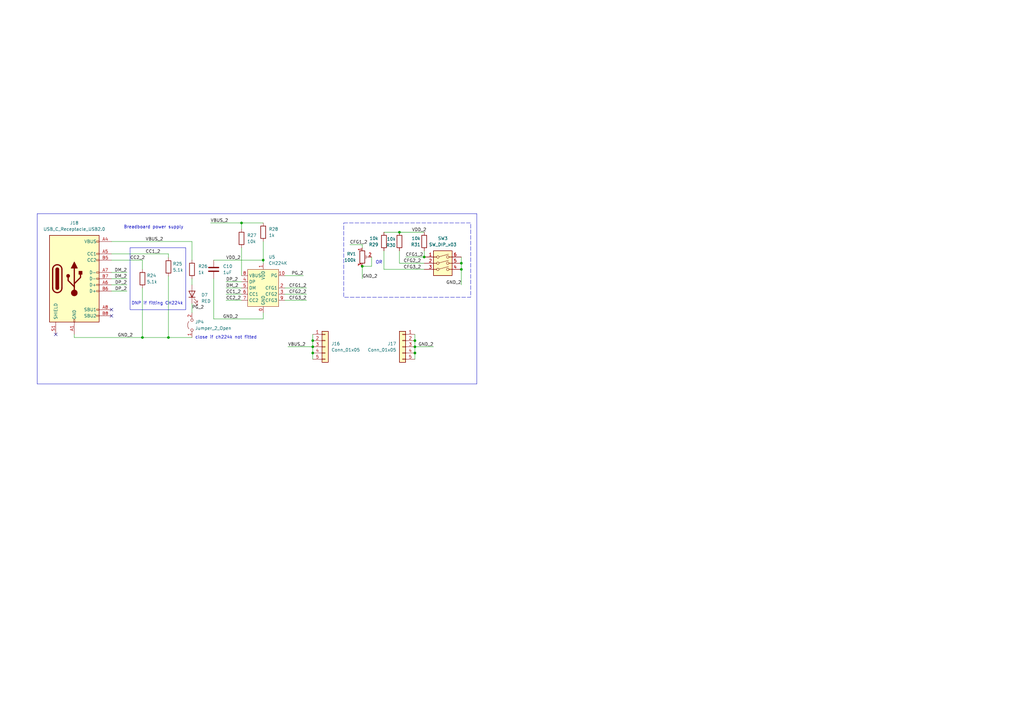
<source format=kicad_sch>
(kicad_sch (version 20231120) (generator "eeschema") (generator_version "8.0")
  (paper "A3")
  (lib_symbols
    (symbol "Connector:USB_C_Receptacle_USB2.0" (pin_names (offset 1.016))
      (property "Reference" "J1" (at 0 22.86 0))
      (property "Value" "USB_C_Receptacle_USB2.0" (at 0 20.32 0))
      (symbol "USB_C_Receptacle_USB2.0_0_0"
        (rectangle (start -0.254 -17.78) (end 0.254 -16.764))
        (rectangle (start 10.16 -14.986) (end 9.144 -15.494))
        (rectangle (start 10.16 -12.446) (end 9.144 -12.954))
        (rectangle (start 10.16 -4.826) (end 9.144 -5.334))
        (rectangle (start 10.16 -2.286) (end 9.144 -2.794))
        (rectangle (start 10.16 0.254) (end 9.144 -0.254))
        (rectangle (start 10.16 2.794) (end 9.144 2.286))
        (rectangle (start 10.16 7.874) (end 9.144 7.366))
        (rectangle (start 10.16 10.414) (end 9.144 9.906))
        (rectangle (start 10.16 15.494) (end 9.144 14.986))
      )
      (symbol "USB_C_Receptacle_USB2.0_0_1"
        (rectangle (start -10.16 17.78) (end 10.16 -17.78) (stroke (width 0.254)) (fill (type background)))
        (arc (start -8.89 -3.81) (mid -6.985 -5.7067) (end -5.08 -3.81) (stroke (width 0.508)))
        (arc (start -7.62 -3.81) (mid -6.985 -4.4423) (end -6.35 -3.81) (stroke (width 0.254)))
        (arc (start -7.62 -3.81) (mid -6.985 -4.4423) (end -6.35 -3.81) (stroke (width 0.254)) (fill (type outline)))
        (rectangle (start -7.62 -3.81) (end -6.35 3.81) (stroke (width 0.254)) (fill (type outline)))
        (arc (start -6.35 3.81) (mid -6.985 4.4423) (end -7.62 3.81) (stroke (width 0.254)))
        (arc (start -6.35 3.81) (mid -6.985 4.4423) (end -7.62 3.81) (stroke (width 0.254)) (fill (type outline)))
        (arc (start -5.08 3.81) (mid -6.985 5.7067) (end -8.89 3.81) (stroke (width 0.508)))
        (circle (center -2.54 1.143) (radius 0.635) (stroke (width 0.254)) (fill (type outline)))
        (circle (center 0 -5.842) (radius 1.27) (fill (type outline)))
        (polyline (pts (xy -8.89 -3.81) (xy -8.89 3.81)) (stroke (width 0.508)))
        (polyline (pts (xy -5.08 3.81) (xy -5.08 -3.81)) (stroke (width 0.508)))
        (polyline (pts (xy 0 -5.842) (xy 0 4.318)) (stroke (width 0.508)))
        (polyline (pts (xy 0 -3.302) (xy -2.54 -0.762) (xy -2.54 0.508)) (stroke (width 0.508)))
        (polyline (pts (xy 0 -2.032) (xy 2.54 0.508) (xy 2.54 1.778)) (stroke (width 0.508)))
        (polyline (pts (xy -1.27 4.318) (xy 0 6.858) (xy 1.27 4.318) (xy -1.27 4.318)) (stroke (width 0.254)) (fill (type outline)))
        (rectangle (start 1.905 1.778) (end 3.175 3.048) (stroke (width 0.254)) (fill (type outline)))
      )
      (symbol "USB_C_Receptacle_USB2.0_1_1"
        (pin power_out line (at 0 -22.86 90) (length 5.08) (name "GND") (number "A1"))
        (pin passive line (at 0 -22.86 90) (length 5.08) hide (name "GND") (number "A12"))
        (pin passive line (at 15.24 15.24 180) (length 5.08) (name "VBUS") (number "A4"))
        (pin bidirectional line (at 15.24 10.16 180) (length 5.08) (name "CC1") (number "A5"))
        (pin bidirectional line (at 15.24 -2.54 180) (length 5.08) (name "D+") (number "A6"))
        (pin bidirectional line (at 15.24 2.54 180) (length 5.08) (name "D-") (number "A7"))
        (pin bidirectional line (at 15.24 -12.7 180) (length 5.08) (name "SBU1") (number "A8"))
        (pin power_out line (at 15.24 15.24 180) (length 5.08) hide (name "VBUS") (number "A9"))
        (pin passive line (at 0 -22.86 90) (length 5.08) hide (name "GND") (number "B1"))
        (pin passive line (at 0 -22.86 90) (length 5.08) hide (name "GND") (number "B12"))
        (pin passive line (at 15.24 15.24 180) (length 5.08) hide (name "VBUS") (number "B4"))
        (pin bidirectional line (at 15.24 7.62 180) (length 5.08) (name "CC2") (number "B5"))
        (pin bidirectional line (at 15.24 -5.08 180) (length 5.08) (name "D+") (number "B6"))
        (pin bidirectional line (at 15.24 0 180) (length 5.08) (name "D-") (number "B7"))
        (pin bidirectional line (at 15.24 -15.24 180) (length 5.08) (name "SBU2") (number "B8"))
        (pin passive line (at 15.24 15.24 180) (length 5.08) hide (name "VBUS") (number "B9"))
        (pin passive line (at -7.62 -22.86 90) (length 5.08) (name "SHIELD") (number "S1"))
      )
    )
    (symbol "Connector_Generic:Conn_01x05" (pin_names (offset 1.016) hide)
      (property "Reference" "J" (at 0 7.62 0))
      (property "Value" "Conn_01x05" (at 0 -7.62 0))
      (symbol "Conn_01x05_1_1"
        (rectangle (start -1.27 -4.953) (end 0 -5.207) (stroke (width 0.1524)))
        (rectangle (start -1.27 -2.413) (end 0 -2.667) (stroke (width 0.1524)))
        (rectangle (start -1.27 0.127) (end 0 -0.127) (stroke (width 0.1524)))
        (rectangle (start -1.27 2.667) (end 0 2.413) (stroke (width 0.1524)))
        (rectangle (start -1.27 5.207) (end 0 4.953) (stroke (width 0.1524)))
        (rectangle (start -1.27 6.35) (end 1.27 -6.35) (stroke (width 0.254)) (fill (type background)))
        (pin passive line (at -5.08 5.08 0) (length 3.81) (name "Pin_1") (number "1"))
        (pin passive line (at -5.08 2.54 0) (length 3.81) (name "Pin_2") (number "2"))
        (pin passive line (at -5.08 0 0) (length 3.81) (name "Pin_3") (number "3"))
        (pin passive line (at -5.08 -2.54 0) (length 3.81) (name "Pin_4") (number "4"))
        (pin passive line (at -5.08 -5.08 0) (length 3.81) (name "Pin_5") (number "5"))
      )
    )
    (symbol "Custom:CH224K"
      (property "Reference" "U" (at 0 0 0))
      (property "Value" "CH224K" (at 0 0 0))
      (property "Footprint" "misc:ESSOP-10_EP_3.9x4.9mm_P1.00mm" (at 0 0 0))
      (symbol "CH224K_1_1"
        (rectangle (start -6.35 7.62) (end 6.35 -7.62) (fill (type background)))
        (pin power_in line (at 0 -10.16 90) (length 2.54) (name "GND") (number "0"))
        (pin power_in line (at 0 10.16 270) (length 2.54) (name "VDD") (number "1"))
        (pin output line (at 8.89 5.08 180) (length 2.54) (name "PG") (number "10"))
        (pin input line (at 8.89 0 180) (length 2.54) (name "CFG1") (number "2"))
        (pin input line (at 8.89 -2.54 180) (length 2.54) (name "CFG2") (number "3"))
        (pin bidirectional line (at -8.89 2.54 0) (length 2.54) (name "DP") (number "4"))
        (pin bidirectional line (at -8.89 0 0) (length 2.54) (name "DM") (number "5"))
        (pin bidirectional line (at -8.89 -2.54 0) (length 2.54) (name "CC1") (number "6"))
        (pin bidirectional line (at -8.89 -5.08 0) (length 2.54) (name "CC2") (number "7"))
        (pin input line (at -8.89 5.08 0) (length 2.54) (name "VBUS") (number "8"))
        (pin input line (at 8.89 -5.08 180) (length 2.54) (name "CFG3") (number "9"))
      )
    )
    (symbol "Device:C" (pin_numbers hide) (pin_names (offset 0.254))
      (property "Reference" "C" (at 0.635 2.54 0))
      (property "Value" "C" (at 0.635 -2.54 0))
      (symbol "C_0_1"
        (polyline (pts (xy -2.032 -0.762) (xy 2.032 -0.762)) (stroke (width 0.508)))
        (polyline (pts (xy -2.032 0.762) (xy 2.032 0.762)) (stroke (width 0.508)))
      )
      (symbol "C_1_1"
        (pin passive line (at 0 3.81 270) (length 2.794) (name "~") (number "1"))
        (pin passive line (at 0 -3.81 90) (length 2.794) (name "~") (number "2"))
      )
    )
    (symbol "Device:LED" (pin_numbers hide) (pin_names (offset 1.016) hide)
      (property "Reference" "D" (at 0 2.54 0))
      (property "Value" "LED" (at 0 -2.54 0))
      (symbol "LED_0_1"
        (polyline (pts (xy -1.27 -1.27) (xy -1.27 1.27)) (stroke (width 0.254)))
        (polyline (pts (xy -1.27 0) (xy 1.27 0)))
        (polyline (pts (xy 1.27 -1.27) (xy 1.27 1.27) (xy -1.27 0) (xy 1.27 -1.27)) (stroke (width 0.254)))
        (polyline (pts (xy -3.048 -0.762) (xy -4.572 -2.286) (xy -3.81 -2.286) (xy -4.572 -2.286) (xy -4.572 -1.524)))
        (polyline (pts (xy -1.778 -0.762) (xy -3.302 -2.286) (xy -2.54 -2.286) (xy -3.302 -2.286) (xy -3.302 -1.524)))
      )
      (symbol "LED_1_1"
        (pin passive line (at -3.81 0 0) (length 2.54) (name "K") (number "1"))
        (pin passive line (at 3.81 0 180) (length 2.54) (name "A") (number "2"))
      )
    )
    (symbol "Device:R" (pin_numbers hide) (pin_names (offset 0))
      (property "Reference" "R" (at 2.032 0 90))
      (property "Value" "R" (at 0 0 90))
      (symbol "R_0_1"
        (rectangle (start -1.016 -2.54) (end 1.016 2.54) (stroke (width 0.254)))
      )
      (symbol "R_1_1"
        (pin passive line (at 0 3.81 270) (length 1.27) (name "~") (number "1"))
        (pin passive line (at 0 -3.81 90) (length 1.27) (name "~") (number "2"))
      )
    )
    (symbol "Device:R_Potentiometer_Trim" (pin_names (offset 1.016) hide)
      (property "Reference" "RV" (at -4.445 0 90))
      (property "Value" "R_Potentiometer_Trim" (at -2.54 0 90))
      (symbol "R_Potentiometer_Trim_0_1"
        (polyline (pts (xy 1.524 0.762) (xy 1.524 -0.762)))
        (polyline (pts (xy 2.54 0) (xy 1.524 0)))
        (rectangle (start 1.016 2.54) (end -1.016 -2.54) (stroke (width 0.254)))
      )
      (symbol "R_Potentiometer_Trim_1_1"
        (pin passive line (at 0 3.81 270) (length 1.27) (name "1") (number "1"))
        (pin passive line (at 3.81 0 180) (length 1.27) (name "2") (number "2"))
        (pin passive line (at 0 -3.81 90) (length 1.27) (name "3") (number "3"))
      )
    )
    (symbol "Jumper:Jumper_2_Open" (pin_names (offset 0) hide)
      (property "Reference" "JP" (at 0 2.794 0))
      (property "Value" "Jumper_2_Open" (at 0 -2.286 0))
      (symbol "Jumper_2_Open_0_0"
        (circle (center -2.032 0) (radius 0.508))
        (circle (center 2.032 0) (radius 0.508))
      )
      (symbol "Jumper_2_Open_0_1"
        (arc (start 1.524 1.27) (mid 0 1.778) (end -1.524 1.27))
      )
      (symbol "Jumper_2_Open_1_1"
        (pin passive line (at -5.08 0 0) (length 2.54) (name "A") (number "1"))
        (pin passive line (at 5.08 0 180) (length 2.54) (name "B") (number "2"))
      )
    )
    (symbol "Switch:SW_DIP_x03" (pin_names (offset 0) hide)
      (property "Reference" "SW" (at 0 6.35 0))
      (property "Value" "SW_DIP_x03" (at 0 -6.35 0))
      (symbol "SW_DIP_x03_0_0"
        (circle (center -2.032 -2.54) (radius 0.508))
        (circle (center -2.032 0) (radius 0.508))
        (circle (center -2.032 2.54) (radius 0.508))
        (polyline (pts (xy -1.524 -2.413) (xy 2.3622 -1.3716)))
        (polyline (pts (xy -1.524 0.127) (xy 2.3622 1.1684)))
        (polyline (pts (xy -1.524 2.667) (xy 2.3622 3.7084)))
        (circle (center 2.032 -2.54) (radius 0.508))
        (circle (center 2.032 0) (radius 0.508))
        (circle (center 2.032 2.54) (radius 0.508))
      )
      (symbol "SW_DIP_x03_0_1"
        (rectangle (start -3.81 5.08) (end 3.81 -5.08) (stroke (width 0.254)) (fill (type background)))
      )
      (symbol "SW_DIP_x03_1_1"
        (pin passive line (at -7.62 2.54 0) (length 5.08) (name "~") (number "1"))
        (pin passive line (at -7.62 0 0) (length 5.08) (name "~") (number "2"))
        (pin passive line (at -7.62 -2.54 0) (length 5.08) (name "~") (number "3"))
        (pin passive line (at 7.62 -2.54 180) (length 5.08) (name "~") (number "4"))
        (pin passive line (at 7.62 0 180) (length 5.08) (name "~") (number "5"))
        (pin passive line (at 7.62 2.54 180) (length 5.08) (name "~") (number "6"))
      )
    )
  )
  (junction (at 99.06 91.44))
  (junction (at 189.23 110.49))
  (junction (at 170.18 142.24))
  (junction (at 107.95 106.68))
  (junction (at 69.088 138.43))
  (junction (at 148.59 109.22))
  (junction (at 128.27 139.7))
  (junction (at 128.27 144.78))
  (junction (at 173.99 105.41))
  (junction (at 163.83 95.25))
  (junction (at 128.27 142.24))
  (junction (at 170.18 139.7))
  (junction (at 170.18 144.78))
  (junction (at 58.42 138.43))
  (junction (at 189.23 107.95))
  (no_connect (at 45.72 129.54))
  (no_connect (at 45.72 127))
  (no_connect (at 22.86 137.16))
  (wire (pts (xy 143.51 100.33) (xy 148.59 100.33)))
  (wire (pts (xy 128.27 139.7) (xy 128.27 142.24)))
  (wire (pts (xy 45.72 99.06) (xy 78.74 99.06)))
  (wire (pts (xy 45.72 119.38) (xy 52.07 119.38)))
  (wire (pts (xy 116.84 120.65) (xy 125.73 120.65)))
  (wire (pts (xy 92.71 120.65) (xy 99.06 120.65)))
  (wire (pts (xy 170.18 144.78) (xy 170.18 147.32)))
  (wire (pts (xy 163.83 95.25) (xy 173.99 95.25)))
  (wire (pts (xy 157.48 102.87) (xy 157.48 110.49)))
  (wire (pts (xy 163.83 107.95) (xy 173.99 107.95)))
  (wire (pts (xy 152.4 105.41) (xy 152.4 109.22)))
  (wire (pts (xy 189.23 110.49) (xy 189.23 116.84)))
  (wire (pts (xy 58.42 118.11) (xy 58.42 138.43)))
  (wire (pts (xy 107.95 99.06) (xy 107.95 106.68)))
  (wire (pts (xy 148.59 100.33) (xy 148.59 101.6)))
  (wire (pts (xy 45.72 116.84) (xy 52.07 116.84)))
  (wire (pts (xy 157.48 110.49) (xy 173.99 110.49)))
  (wire (pts (xy 170.18 137.16) (xy 170.18 139.7)))
  (wire (pts (xy 99.06 91.44) (xy 99.06 93.98)))
  (wire (pts (xy 128.27 137.16) (xy 128.27 139.7)))
  (wire (pts (xy 107.95 106.68) (xy 107.95 107.95)))
  (wire (pts (xy 69.088 113.284) (xy 69.088 138.43)))
  (wire (pts (xy 128.27 142.24) (xy 128.27 144.78)))
  (wire (pts (xy 86.36 91.44) (xy 99.06 91.44)))
  (wire (pts (xy 45.72 106.68) (xy 58.42 106.68)))
  (wire (pts (xy 92.71 123.19) (xy 99.06 123.19)))
  (wire (pts (xy 116.84 113.03) (xy 124.46 113.03)))
  (wire (pts (xy 148.59 109.22) (xy 148.59 114.3)))
  (wire (pts (xy 99.06 101.6) (xy 99.06 113.03)))
  (wire (pts (xy 78.74 106.68) (xy 78.74 99.06)))
  (wire (pts (xy 30.48 137.16) (xy 30.48 138.43)))
  (wire (pts (xy 116.84 123.19) (xy 125.73 123.19)))
  (wire (pts (xy 173.99 102.87) (xy 173.99 105.41)))
  (wire (pts (xy 99.06 91.44) (xy 107.95 91.44)))
  (wire (pts (xy 87.63 130.81) (xy 107.95 130.81)))
  (wire (pts (xy 189.23 107.95) (xy 189.23 110.49)))
  (wire (pts (xy 87.63 106.68) (xy 107.95 106.68)))
  (wire (pts (xy 152.4 109.22) (xy 148.59 109.22)))
  (wire (pts (xy 118.11 142.24) (xy 128.27 142.24)))
  (wire (pts (xy 107.95 128.27) (xy 107.95 130.81)))
  (wire (pts (xy 45.72 111.76) (xy 52.07 111.76)))
  (wire (pts (xy 58.42 106.68) (xy 58.42 110.49)))
  (wire (pts (xy 157.48 95.25) (xy 163.83 95.25)))
  (wire (pts (xy 128.27 144.78) (xy 128.27 147.32)))
  (wire (pts (xy 30.48 138.43) (xy 58.42 138.43)))
  (wire (pts (xy 87.63 114.3) (xy 87.63 130.81)))
  (wire (pts (xy 92.71 115.57) (xy 99.06 115.57)))
  (wire (pts (xy 78.74 114.3) (xy 78.74 116.84)))
  (wire (pts (xy 116.84 118.11) (xy 125.73 118.11)))
  (wire (pts (xy 92.71 118.11) (xy 99.06 118.11)))
  (wire (pts (xy 58.42 138.43) (xy 69.088 138.43)))
  (wire (pts (xy 189.23 105.41) (xy 189.23 107.95)))
  (wire (pts (xy 78.74 124.46) (xy 78.74 128.27)))
  (wire (pts (xy 163.83 102.87) (xy 163.83 107.95)))
  (wire (pts (xy 69.088 104.14) (xy 69.088 105.664)))
  (wire (pts (xy 166.37 105.41) (xy 173.99 105.41)))
  (wire (pts (xy 45.72 104.14) (xy 69.088 104.14)))
  (wire (pts (xy 170.18 142.24) (xy 170.18 144.78)))
  (wire (pts (xy 170.18 142.24) (xy 177.8 142.24)))
  (wire (pts (xy 69.088 138.43) (xy 78.74 138.43)))
  (wire (pts (xy 170.18 139.7) (xy 170.18 142.24)))
  (wire (pts (xy 45.72 114.3) (xy 52.07 114.3)))
  (rectangle (start 15.24 87.63) (end 195.58 157.48))
  (rectangle (start 53.34 101.6) (end 76.2 127))
  (rectangle (start 140.97 91.44) (end 193.04 121.92) (stroke (width 0) (type dash)))
  (text "Breadboard power supply" (at 62.992 93.218 0) (effects (font (size 1.27 1.27))))
  (text "OR" (at 155.448 107.696 0) (effects (font (size 1.27 1.27))))
  (text "DNP if fitting CH224k" (at 64.516 124.46 0) (effects (font (size 1.27 1.27))))
  (text "close if ch224k not fitted" (at 92.71 138.43 0) (effects (font (size 1.27 1.27))))
  (label "CFG3_2" (at 125.73 123.19 180))
  (label "DM_2" (at 52.07 114.3 180))
  (label "CFG3_2" (at 172.72 110.49 180))
  (label "CFG1_2" (at 166.37 105.41 0))
  (label "GND_2" (at 148.59 114.3 0))
  (label "DM_2" (at 52.07 111.76 180))
  (label "CC2_2" (at 53.34 106.68 0))
  (label "CFG2_2" (at 172.72 107.95 180))
  (label "VBUS_2" (at 59.69 99.06 0))
  (label "VBUS_2" (at 118.11 142.24 0))
  (label "PG_2" (at 78.74 127 0))
  (label "DP_2" (at 92.71 115.57 0))
  (label "CC2_2" (at 92.71 123.19 0))
  (label "DP_2" (at 52.07 119.38 180))
  (label "VDD_2" (at 92.71 106.68 0))
  (label "GND_2" (at 189.23 116.84 180))
  (label "GND_2" (at 48.26 138.43 0))
  (label "PG_2" (at 124.46 113.03 180))
  (label "GND_2" (at 91.44 130.81 0))
  (label "CC1_2" (at 59.69 104.14 0))
  (label "CFG2_2" (at 125.73 120.65 180))
  (label "CFG1_2" (at 125.73 118.11 180))
  (label "CFG1_2" (at 143.51 100.33 0))
  (label "DP_2" (at 52.07 116.84 180))
  (label "CC1_2" (at 92.71 120.65 0))
  (label "VDD_2" (at 168.91 95.25 0))
  (label "VBUS_2" (at 86.36 91.44 0))
  (label "DM_2" (at 92.71 118.11 0))
  (label "GND_2" (at 177.8 142.24 180))
  (symbol (lib_id "Connector_Generic:Conn_01x05") (at 165.1 142.24 0) (mirror y) (unit 1)
    (property "Reference" "J17" (at 162.56 140.9699 0) (effects (justify left)))
    (property "Value" "Conn_01x05" (at 162.56 143.5099 0) (effects (justify left)))
    (property "Footprint" "Connector_PinHeader_2.54mm:PinHeader_1x05_P2.54mm_Vertical" (effects (hide yes)))
    (property "Description" "Generic connector, single row, 01x05, script generated (kicad-library-utils/schlib/autogen/connector/)" (effects (hide yes)))
  )
  (symbol (lib_id "Device:C") (at 87.63 110.49 0) (unit 1)
    (property "Reference" "C10" (at 91.44 109.22 0) (effects (justify left)))
    (property "Value" "1uF" (at 91.44 111.76 0) (effects (justify left)))
    (property "Footprint" "Capacitor_SMD:C_0805_2012Metric_Pad1.18x1.45mm_HandSolder" (effects (hide yes)))
  )
  (symbol (lib_id "Device:R") (at 58.42 114.3 0) (unit 1)
    (property "Reference" "R24" (at 60.198 113.03 0) (effects (justify left)))
    (property "Value" "5.1k" (at 60.198 115.57 0) (effects (justify left)))
    (property "Footprint" "Resistor_SMD:R_0805_2012Metric_Pad1.20x1.40mm_HandSolder" (effects (hide yes)))
  )
  (symbol (lib_id "Custom:CH224K") (at 107.95 118.11 0) (unit 1)
    (property "Reference" "U5" (at 110.1441 105.41 0) (effects (justify left)))
    (property "Value" "CH224K" (at 110.1441 107.95 0) (effects (justify left)))
    (property "Footprint" "misc:ESSOP-10_EP_3.9x4.9mm_P1.00mm_pth" (effects (hide yes)))
  )
  (symbol (lib_id "Device:R") (at 78.74 110.49 0) (unit 1)
    (property "Reference" "R26" (at 81.28 109.2199 0) (effects (justify left)))
    (property "Value" "1k" (at 81.28 111.7599 0) (effects (justify left)))
    (property "Footprint" "Resistor_SMD:R_0805_2012Metric_Pad1.20x1.40mm_HandSolder" (effects (hide yes)))
  )
  (symbol (lib_id "Device:R_Potentiometer_Trim") (at 148.59 105.41 0) (unit 1)
    (property "Reference" "RV1" (at 146.05 104.1399 0) (effects (justify right)))
    (property "Value" "100k" (at 146.05 106.6799 0) (effects (justify right)))
    (property "Footprint" "misc:trim_pot" (effects (hide yes)))
  )
  (symbol (lib_id "Device:R") (at 163.83 99.06 180) (unit 1)
    (property "Reference" "R30" (at 162.306 100.584 0) (effects (justify left)))
    (property "Value" "10k" (at 162.306 98.044 0) (effects (justify left)))
    (property "Footprint" "Resistor_SMD:R_0805_2012Metric_Pad1.20x1.40mm_HandSolder" (effects (hide yes)))
  )
  (symbol (lib_id "Connector_Generic:Conn_01x05") (at 133.35 142.24 0) (unit 1)
    (property "Reference" "J16" (at 135.89 140.9699 0) (effects (justify left)))
    (property "Value" "Conn_01x05" (at 135.89 143.5099 0) (effects (justify left)))
    (property "Footprint" "Connector_PinHeader_2.54mm:PinHeader_1x05_P2.54mm_Vertical" (effects (hide yes)))
    (property "Description" "Generic connector, single row, 01x05, script generated (kicad-library-utils/schlib/autogen/connector/)" (effects (hide yes)))
  )
  (symbol (lib_id "Device:R") (at 107.95 95.25 0) (unit 1)
    (property "Reference" "R28" (at 110.236 93.98 0) (effects (justify left)))
    (property "Value" "1k" (at 110.236 96.52 0) (effects (justify left)))
    (property "Footprint" "Resistor_SMD:R_0805_2012Metric_Pad1.20x1.40mm_HandSolder" (effects (hide yes)))
  )
  (symbol (lib_id "Jumper:Jumper_2_Open") (at 78.74 133.35 90) (unit 1)
    (property "Reference" "JP4" (at 80.01 132.0799 90) (effects (justify right)))
    (property "Value" "Jumper_2_Open" (at 80.01 134.6199 90) (effects (justify right)))
    (property "Footprint" "Jumper:SolderJumper-2_P1.3mm_Open_RoundedPad1.0x1.5mm" (effects (hide yes)))
    (property "Description" "Jumper, 2-pole, open" (effects (hide yes)))
  )
  (symbol (lib_id "Device:R") (at 99.06 97.79 0) (unit 1)
    (property "Reference" "R27" (at 101.346 96.52 0) (effects (justify left)))
    (property "Value" "10k" (at 101.346 99.06 0) (effects (justify left)))
    (property "Footprint" "Resistor_SMD:R_0805_2012Metric_Pad1.20x1.40mm_HandSolder" (effects (hide yes)))
  )
  (symbol (lib_id "Device:R") (at 157.48 99.06 180) (unit 1)
    (property "Reference" "R29" (at 155.194 100.33 0) (effects (justify left)))
    (property "Value" "10k" (at 155.194 97.79 0) (effects (justify left)))
    (property "Footprint" "Resistor_SMD:R_0805_2012Metric_Pad1.20x1.40mm_HandSolder" (effects (hide yes)))
  )
  (symbol (lib_id "Device:LED") (at 78.74 120.65 90) (unit 1)
    (property "Reference" "D7" (at 82.55 120.9674 90) (effects (justify right)))
    (property "Value" "RED" (at 82.55 123.5074 90) (effects (justify right)))
    (property "Footprint" "LED_SMD:LED_0805_2012Metric_Pad1.15x1.40mm_HandSolder" (effects (hide yes)))
  )
  (symbol (lib_id "Device:R") (at 173.99 99.06 180) (unit 1)
    (property "Reference" "R31" (at 172.466 100.33 0) (effects (justify left)))
    (property "Value" "10k" (at 172.466 97.79 0) (effects (justify left)))
    (property "Footprint" "Resistor_SMD:R_0805_2012Metric_Pad1.20x1.40mm_HandSolder" (effects (hide yes)))
  )
  (symbol (lib_id "Switch:SW_DIP_x03") (at 181.61 107.95 0) (unit 1)
    (property "Reference" "SW3" (at 181.61 97.79 0))
    (property "Value" "SW_DIP_x03" (at 181.61 100.33 0))
    (property "Footprint" "Button_Switch_THT:SW_DIP_SPSTx03_Slide_9.78x9.8mm_W7.62mm_P2.54mm" (effects (hide yes)))
    (property "Description" "3x DIP Switch, Single Pole Single Throw (SPST) switch, small symbol" (effects (hide yes)))
  )
  (symbol (lib_id "Connector:USB_C_Receptacle_USB2.0") (at 30.48 114.3 0) (unit 1)
    (property "Reference" "J18" (at 30.48 91.44 0))
    (property "Value" "USB_C_Receptacle_USB2.0" (at 30.48 93.98 0))
    (property "Footprint" "misc:usb_c_connector" (effects (hide yes)))
    (property "Datasheet" "https://www.usb.org/sites/default/files/documents/usb_type-c.zip" (effects (hide yes)))
  )
  (symbol (lib_id "Device:R") (at 69.088 109.474 0) (unit 1)
    (property "Reference" "R25" (at 70.866 108.204 0) (effects (justify left)))
    (property "Value" "5.1k" (at 70.866 110.744 0) (effects (justify left)))
    (property "Footprint" "Resistor_SMD:R_0805_2012Metric_Pad1.20x1.40mm_HandSolder" (effects (hide yes)))
  )
)
</source>
